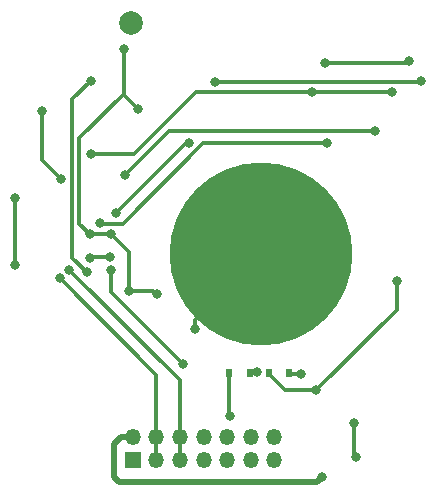
<source format=gbl>
G04 #@! TF.GenerationSoftware,KiCad,Pcbnew,no-vcs-found-d4e41c4~58~ubuntu16.04.1*
G04 #@! TF.CreationDate,2017-05-10T09:39:16+03:00*
G04 #@! TF.ProjectId,livolo_1_channel_1way_eu_switch,6C69766F6C6F5F315F6368616E6E656C,rev?*
G04 #@! TF.FileFunction,Copper,L2,Bot,Signal*
G04 #@! TF.FilePolarity,Positive*
%FSLAX46Y46*%
G04 Gerber Fmt 4.6, Leading zero omitted, Abs format (unit mm)*
G04 Created by KiCad (PCBNEW no-vcs-found-d4e41c4~58~ubuntu16.04.1) date Wed May 10 09:39:16 2017*
%MOMM*%
%LPD*%
G01*
G04 APERTURE LIST*
%ADD10C,0.100000*%
%ADD11C,15.500000*%
%ADD12R,0.600000X0.800000*%
%ADD13C,1.998980*%
%ADD14O,1.350000X1.350000*%
%ADD15R,1.350000X1.350000*%
%ADD16C,0.800000*%
%ADD17C,0.300000*%
%ADD18C,0.500000*%
G04 APERTURE END LIST*
D10*
D11*
X142500000Y-92100000D03*
D12*
X144900000Y-102150000D03*
X143200000Y-102150000D03*
X141550000Y-102150000D03*
X139850000Y-102150000D03*
D13*
X131550000Y-72550000D03*
D14*
X143650000Y-107550000D03*
X143650000Y-109550000D03*
X141650000Y-107550000D03*
X141650000Y-109550000D03*
X139650000Y-107550000D03*
X139650000Y-109550000D03*
X137650000Y-107550000D03*
X137650000Y-109550000D03*
X135650000Y-107550000D03*
X135650000Y-109550000D03*
X133650000Y-107550000D03*
X133650000Y-109550000D03*
X131650000Y-107550000D03*
D15*
X131650000Y-109550000D03*
D16*
X147200000Y-103600000D03*
X132100000Y-79800000D03*
X154000000Y-94400000D03*
X131325001Y-95202310D03*
X133700010Y-95500000D03*
X130900000Y-74700000D03*
X129850010Y-90400000D03*
X127999989Y-90400000D03*
X139900000Y-105800000D03*
X121700000Y-87300004D03*
X128007994Y-92400000D03*
X129708005Y-92352866D03*
X121700004Y-93000000D03*
X150600002Y-109300000D03*
X150400000Y-106369998D03*
X127786691Y-93623201D03*
X128100000Y-77400000D03*
X147700000Y-111000000D03*
X136900000Y-98400000D03*
X146800000Y-78400000D03*
X153600000Y-78400000D03*
X128100000Y-83600006D03*
X155030609Y-75733513D03*
X136398952Y-82698952D03*
X147900000Y-75900000D03*
X130219337Y-88650002D03*
X156100000Y-77400000D03*
X138600000Y-77500000D03*
X124000000Y-80000000D03*
X125600000Y-85700000D03*
X145900000Y-102200000D03*
X142199944Y-102100000D03*
X148072759Y-82700000D03*
X128900006Y-89450010D03*
X129799990Y-93449025D03*
X135885951Y-101414049D03*
X126300000Y-93400000D03*
X125493191Y-94147720D03*
X131000000Y-85400000D03*
X152156138Y-81645958D03*
D17*
X131325001Y-95202310D02*
X131325001Y-91874991D01*
X131325001Y-91874991D02*
X129850010Y-90400000D01*
X144550000Y-103600000D02*
X147200000Y-103600000D01*
X143200000Y-102250000D02*
X144550000Y-103600000D01*
X154000000Y-96800000D02*
X147200000Y-103600000D01*
X154000000Y-94400000D02*
X154000000Y-96800000D01*
X143200000Y-102150000D02*
X143200000Y-102250000D01*
X132100000Y-79800000D02*
X130900000Y-78600000D01*
X130900000Y-78600000D02*
X130900000Y-78541998D01*
X127149998Y-82292000D02*
X130900000Y-78541998D01*
X127999989Y-90400000D02*
X127149998Y-89550009D01*
X127149998Y-89550009D02*
X127149998Y-82292000D01*
X130900000Y-78541998D02*
X130900000Y-74700000D01*
X133402320Y-95202310D02*
X133700010Y-95500000D01*
X131325001Y-95202310D02*
X133402320Y-95202310D01*
X127999989Y-90400000D02*
X129850010Y-90400000D01*
X139850000Y-102150000D02*
X139850000Y-105750000D01*
X139850000Y-105750000D02*
X139900000Y-105800000D01*
X121700004Y-87300008D02*
X121700000Y-87300004D01*
X121700004Y-93000000D02*
X121700004Y-87300008D01*
X129708005Y-92352866D02*
X128055128Y-92352866D01*
X128055128Y-92352866D02*
X128007994Y-92400000D01*
X150400000Y-106369998D02*
X150400000Y-109099998D01*
X150400000Y-109099998D02*
X150600002Y-109300000D01*
X126549987Y-92386497D02*
X127786691Y-93623201D01*
X126549987Y-78950013D02*
X126549987Y-92386497D01*
X128100000Y-77400000D02*
X126549987Y-78950013D01*
D18*
X147700000Y-111000000D02*
X147300000Y-111400000D01*
X147300000Y-111400000D02*
X130500000Y-111400000D01*
X130500000Y-111400000D02*
X130100000Y-111000000D01*
X130100000Y-111000000D02*
X130100000Y-108145406D01*
X130100000Y-108145406D02*
X130695406Y-107550000D01*
X130695406Y-107550000D02*
X131650000Y-107550000D01*
D17*
X136900000Y-98400000D02*
X136900000Y-97700000D01*
X136900000Y-97700000D02*
X142500000Y-92100000D01*
X137000000Y-78400000D02*
X146800000Y-78400000D01*
X146800000Y-78400000D02*
X153600000Y-78400000D01*
X131799994Y-83600006D02*
X137000000Y-78400000D01*
X128100000Y-83600006D02*
X131799994Y-83600006D01*
X147900000Y-75900000D02*
X154864122Y-75900000D01*
X154864122Y-75900000D02*
X155030609Y-75733513D01*
X130219337Y-88650002D02*
X136170387Y-82698952D01*
X136170387Y-82698952D02*
X136398952Y-82698952D01*
X156000000Y-77500000D02*
X156100000Y-77400000D01*
X138600000Y-77500000D02*
X156000000Y-77500000D01*
X125600000Y-85700000D02*
X124000000Y-84100000D01*
X124000000Y-84100000D02*
X124000000Y-80000000D01*
X145900000Y-102200000D02*
X144950000Y-102200000D01*
X144950000Y-102200000D02*
X144900000Y-102150000D01*
X142150000Y-102150000D02*
X142199944Y-102199944D01*
X141550000Y-102150000D02*
X142150000Y-102150000D01*
X142199944Y-102199944D02*
X142199944Y-102100000D01*
X128900006Y-89450010D02*
X128950010Y-89450010D01*
X128950010Y-89450010D02*
X129000003Y-89500003D01*
X129000003Y-89500003D02*
X130799997Y-89500003D01*
X130799997Y-89500003D02*
X137600000Y-82700000D01*
X137600000Y-82700000D02*
X148072759Y-82700000D01*
X129799990Y-95328088D02*
X129799990Y-93449025D01*
X135885951Y-101414049D02*
X129799990Y-95328088D01*
X135650000Y-107550000D02*
X135650000Y-109550000D01*
X126300000Y-93400000D02*
X135650000Y-102750000D01*
X135650000Y-102750000D02*
X135650000Y-107550000D01*
X133650000Y-107550000D02*
X133650000Y-109550000D01*
X133650000Y-102304529D02*
X125493191Y-94147720D01*
X133650000Y-107550000D02*
X133650000Y-102304529D01*
X134754042Y-81645958D02*
X131000000Y-85400000D01*
X152156138Y-81645958D02*
X134754042Y-81645958D01*
M02*

</source>
